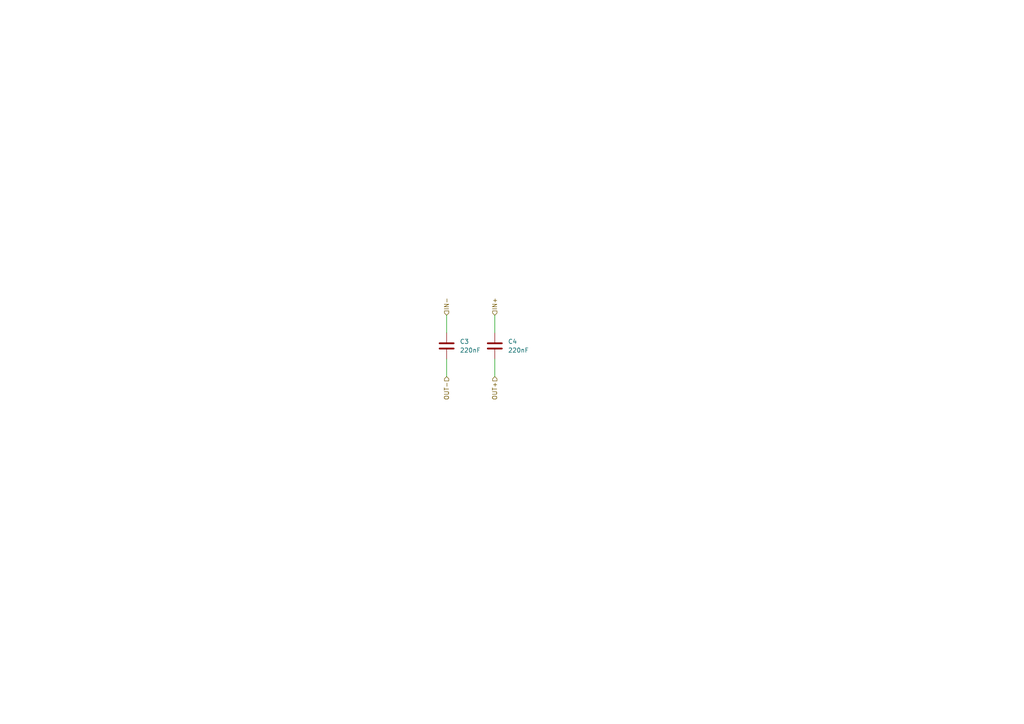
<source format=kicad_sch>
(kicad_sch (version 20250114) (generator "eeschema") (generator_version "9.0")
  (paper "A4")
  (lib_symbols
    (symbol "Device:C" (pin_numbers (hide yes)) (pin_names (offset 0.254))
      (property "Reference" "C" (at 0.635 2.54 0))
      (property "Value" "C" (at 0.635 -2.54 0))
      (symbol "C_0_1"
        (polyline (pts (xy -2.032 0.762) (xy 2.032 0.762)) (stroke (width 0.508)))
        (polyline (pts (xy -2.032 -0.762) (xy 2.032 -0.762)) (stroke (width 0.508)))
      )
      (symbol "C_1_1"
        (pin passive line (at 0 3.81 270) (length 2.794) (name "~") (number "1"))
        (pin passive line (at 0 -3.81 90) (length 2.794) (name "~") (number "2"))
      )
    )
  )
  (wire (pts (xy 129.54 104.14) (xy 129.54 109.22)))
  (wire (pts (xy 143.51 91.44) (xy 143.51 96.52)))
  (wire (pts (xy 143.51 104.14) (xy 143.51 109.22)))
  (wire (pts (xy 129.54 91.44) (xy 129.54 96.52)))
  (hierarchical_label "IN-" (shape input) (at 129.54 91.44 90))
  (hierarchical_label "IN+" (shape input) (at 143.51 91.44 90))
  (hierarchical_label "OUT+" (shape input) (at 143.51 109.22 270))
  (hierarchical_label "OUT-" (shape input) (at 129.54 109.22 270))
  (symbol (lib_id "Device:C") (at 129.54 100.33 0) (unit 1)
    (property "Reference" "C3" (at 133.35 99.0599 0) (effects (justify left)))
    (property "Value" "220nF" (at 133.35 101.5999 0) (effects (justify left)))
    (property "Footprint" "Capacitor_SMD:C_0201_0603Metric" (effects (hide yes)))
    (property "Description" "Unpolarized capacitor" (effects (hide yes)))
    (instances (project "M.2 E Key 2242" (path "" (reference "C3") (unit 1)) (path "" (reference "C1") (unit 1))))
  )
  (symbol (lib_id "Device:C") (at 143.51 100.33 0) (unit 1)
    (property "Reference" "C4" (at 147.32 99.0599 0) (effects (justify left)))
    (property "Value" "220nF" (at 147.32 101.5999 0) (effects (justify left)))
    (property "Footprint" "Capacitor_SMD:C_0201_0603Metric" (effects (hide yes)))
    (property "Description" "Unpolarized capacitor" (effects (hide yes)))
    (instances (project "M.2 E Key 2242" (path "" (reference "C4") (unit 1)) (path "" (reference "C2") (unit 1))))
  )
)
</source>
